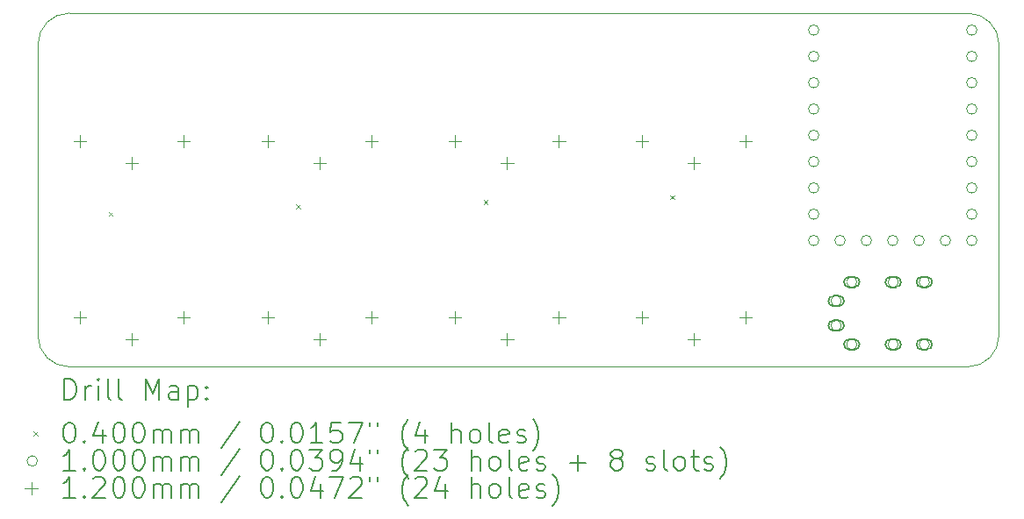
<source format=gbr>
%TF.GenerationSoftware,KiCad,Pcbnew,7.0.7*%
%TF.CreationDate,2023-09-04T22:47:56+10:00*%
%TF.ProjectId,art,6172742e-6b69-4636-9164-5f7063625858,rev?*%
%TF.SameCoordinates,Original*%
%TF.FileFunction,Drillmap*%
%TF.FilePolarity,Positive*%
%FSLAX45Y45*%
G04 Gerber Fmt 4.5, Leading zero omitted, Abs format (unit mm)*
G04 Created by KiCad (PCBNEW 7.0.7) date 2023-09-04 22:47:56*
%MOMM*%
%LPD*%
G01*
G04 APERTURE LIST*
%ADD10C,0.100000*%
%ADD11C,0.200000*%
%ADD12C,0.040000*%
%ADD13C,0.120000*%
G04 APERTURE END LIST*
D10*
X2842615Y-5913569D02*
G75*
G03*
X3142615Y-6213569I300000J0D01*
G01*
X11807158Y-6213568D02*
G75*
G03*
X12107158Y-5913569I2J299998D01*
G01*
X11807158Y-6213569D02*
X3142615Y-6213569D01*
X3142615Y-2797966D02*
X11807158Y-2797966D01*
X12107154Y-3097966D02*
G75*
G03*
X11807158Y-2797966I-299994J6D01*
G01*
X2842615Y-5913569D02*
X2842615Y-3097966D01*
X12107158Y-3097966D02*
X12107158Y-5913569D01*
X3142615Y-2797966D02*
G75*
G03*
X2842615Y-3097966I1J-300001D01*
G01*
D11*
D12*
X3523300Y-4717100D02*
X3563300Y-4757100D01*
X3563300Y-4717100D02*
X3523300Y-4757100D01*
X5329800Y-4647227D02*
X5369800Y-4687227D01*
X5369800Y-4647227D02*
X5329800Y-4687227D01*
X7138060Y-4602227D02*
X7178060Y-4642227D01*
X7178060Y-4602227D02*
X7138060Y-4642227D01*
X8940000Y-4557227D02*
X8980000Y-4597227D01*
X8980000Y-4557227D02*
X8940000Y-4597227D01*
D10*
X10371222Y-2961677D02*
G75*
G03*
X10371222Y-2961677I-50000J0D01*
G01*
X10371222Y-3215677D02*
G75*
G03*
X10371222Y-3215677I-50000J0D01*
G01*
X10371222Y-3469677D02*
G75*
G03*
X10371222Y-3469677I-50000J0D01*
G01*
X10371222Y-3723677D02*
G75*
G03*
X10371222Y-3723677I-50000J0D01*
G01*
X10371222Y-3977677D02*
G75*
G03*
X10371222Y-3977677I-50000J0D01*
G01*
X10371222Y-4231677D02*
G75*
G03*
X10371222Y-4231677I-50000J0D01*
G01*
X10371222Y-4485677D02*
G75*
G03*
X10371222Y-4485677I-50000J0D01*
G01*
X10371222Y-4739677D02*
G75*
G03*
X10371222Y-4739677I-50000J0D01*
G01*
X10371222Y-4993677D02*
G75*
G03*
X10371222Y-4993677I-50000J0D01*
G01*
X10587686Y-5577768D02*
G75*
G03*
X10587686Y-5577768I-50000J0D01*
G01*
D11*
X10562686Y-5527768D02*
X10512686Y-5527768D01*
X10512686Y-5527768D02*
G75*
G03*
X10512686Y-5627768I0J-50000D01*
G01*
X10512686Y-5627768D02*
X10562686Y-5627768D01*
X10562686Y-5627768D02*
G75*
G03*
X10562686Y-5527768I0J50000D01*
G01*
D10*
X10587686Y-5815208D02*
G75*
G03*
X10587686Y-5815208I-50000J0D01*
G01*
D11*
X10562686Y-5765208D02*
X10512686Y-5765208D01*
X10512686Y-5765208D02*
G75*
G03*
X10512686Y-5865208I0J-50000D01*
G01*
X10512686Y-5865208D02*
X10562686Y-5865208D01*
X10562686Y-5865208D02*
G75*
G03*
X10562686Y-5765208I0J50000D01*
G01*
D10*
X10625222Y-4993677D02*
G75*
G03*
X10625222Y-4993677I-50000J0D01*
G01*
X10737686Y-5395208D02*
G75*
G03*
X10737686Y-5395208I-50000J0D01*
G01*
D11*
X10712686Y-5345208D02*
X10662686Y-5345208D01*
X10662686Y-5345208D02*
G75*
G03*
X10662686Y-5445208I0J-50000D01*
G01*
X10662686Y-5445208D02*
X10712686Y-5445208D01*
X10712686Y-5445208D02*
G75*
G03*
X10712686Y-5345208I0J50000D01*
G01*
D10*
X10737686Y-5997768D02*
G75*
G03*
X10737686Y-5997768I-50000J0D01*
G01*
D11*
X10712686Y-5947768D02*
X10662686Y-5947768D01*
X10662686Y-5947768D02*
G75*
G03*
X10662686Y-6047768I0J-50000D01*
G01*
X10662686Y-6047768D02*
X10712686Y-6047768D01*
X10712686Y-6047768D02*
G75*
G03*
X10712686Y-5947768I0J50000D01*
G01*
D10*
X10879222Y-4993677D02*
G75*
G03*
X10879222Y-4993677I-50000J0D01*
G01*
X11133222Y-4993677D02*
G75*
G03*
X11133222Y-4993677I-50000J0D01*
G01*
X11137686Y-5395208D02*
G75*
G03*
X11137686Y-5395208I-50000J0D01*
G01*
D11*
X11112686Y-5345208D02*
X11062686Y-5345208D01*
X11062686Y-5345208D02*
G75*
G03*
X11062686Y-5445208I0J-50000D01*
G01*
X11062686Y-5445208D02*
X11112686Y-5445208D01*
X11112686Y-5445208D02*
G75*
G03*
X11112686Y-5345208I0J50000D01*
G01*
D10*
X11137686Y-5997768D02*
G75*
G03*
X11137686Y-5997768I-50000J0D01*
G01*
D11*
X11112686Y-5947768D02*
X11062686Y-5947768D01*
X11062686Y-5947768D02*
G75*
G03*
X11062686Y-6047768I0J-50000D01*
G01*
X11062686Y-6047768D02*
X11112686Y-6047768D01*
X11112686Y-6047768D02*
G75*
G03*
X11112686Y-5947768I0J50000D01*
G01*
D10*
X11387222Y-4993677D02*
G75*
G03*
X11387222Y-4993677I-50000J0D01*
G01*
X11437686Y-5395208D02*
G75*
G03*
X11437686Y-5395208I-50000J0D01*
G01*
D11*
X11412686Y-5345208D02*
X11362686Y-5345208D01*
X11362686Y-5345208D02*
G75*
G03*
X11362686Y-5445208I0J-50000D01*
G01*
X11362686Y-5445208D02*
X11412686Y-5445208D01*
X11412686Y-5445208D02*
G75*
G03*
X11412686Y-5345208I0J50000D01*
G01*
D10*
X11437686Y-5997768D02*
G75*
G03*
X11437686Y-5997768I-50000J0D01*
G01*
D11*
X11412686Y-5947768D02*
X11362686Y-5947768D01*
X11362686Y-5947768D02*
G75*
G03*
X11362686Y-6047768I0J-50000D01*
G01*
X11362686Y-6047768D02*
X11412686Y-6047768D01*
X11412686Y-6047768D02*
G75*
G03*
X11412686Y-5947768I0J50000D01*
G01*
D10*
X11641222Y-4993677D02*
G75*
G03*
X11641222Y-4993677I-50000J0D01*
G01*
X11895222Y-2961677D02*
G75*
G03*
X11895222Y-2961677I-50000J0D01*
G01*
X11895222Y-3215677D02*
G75*
G03*
X11895222Y-3215677I-50000J0D01*
G01*
X11895222Y-3469677D02*
G75*
G03*
X11895222Y-3469677I-50000J0D01*
G01*
X11895222Y-3723677D02*
G75*
G03*
X11895222Y-3723677I-50000J0D01*
G01*
X11895222Y-3977677D02*
G75*
G03*
X11895222Y-3977677I-50000J0D01*
G01*
X11895222Y-4231677D02*
G75*
G03*
X11895222Y-4231677I-50000J0D01*
G01*
X11895222Y-4485677D02*
G75*
G03*
X11895222Y-4485677I-50000J0D01*
G01*
X11895222Y-4739677D02*
G75*
G03*
X11895222Y-4739677I-50000J0D01*
G01*
X11895222Y-4993677D02*
G75*
G03*
X11895222Y-4993677I-50000J0D01*
G01*
D13*
X3249039Y-3973239D02*
X3249039Y-4093239D01*
X3189039Y-4033239D02*
X3309039Y-4033239D01*
X3249039Y-5677500D02*
X3249039Y-5797500D01*
X3189039Y-5737500D02*
X3309039Y-5737500D01*
X3749039Y-4183239D02*
X3749039Y-4303239D01*
X3689039Y-4243239D02*
X3809039Y-4243239D01*
X3749039Y-5887500D02*
X3749039Y-6007500D01*
X3689039Y-5947500D02*
X3809039Y-5947500D01*
X4249039Y-3973239D02*
X4249039Y-4093239D01*
X4189039Y-4033239D02*
X4309039Y-4033239D01*
X4249039Y-5677500D02*
X4249039Y-5797500D01*
X4189039Y-5737500D02*
X4309039Y-5737500D01*
X5057300Y-3973239D02*
X5057300Y-4093239D01*
X4997300Y-4033239D02*
X5117300Y-4033239D01*
X5057300Y-5677500D02*
X5057300Y-5797500D01*
X4997300Y-5737500D02*
X5117300Y-5737500D01*
X5557300Y-4183239D02*
X5557300Y-4303239D01*
X5497300Y-4243239D02*
X5617300Y-4243239D01*
X5557300Y-5887500D02*
X5557300Y-6007500D01*
X5497300Y-5947500D02*
X5617300Y-5947500D01*
X6057300Y-3973239D02*
X6057300Y-4093239D01*
X5997300Y-4033239D02*
X6117300Y-4033239D01*
X6057300Y-5677500D02*
X6057300Y-5797500D01*
X5997300Y-5737500D02*
X6117300Y-5737500D01*
X6865560Y-3973239D02*
X6865560Y-4093239D01*
X6805560Y-4033239D02*
X6925560Y-4033239D01*
X6865560Y-5677500D02*
X6865560Y-5797500D01*
X6805560Y-5737500D02*
X6925560Y-5737500D01*
X7365560Y-4183239D02*
X7365560Y-4303239D01*
X7305560Y-4243239D02*
X7425560Y-4243239D01*
X7365560Y-5887500D02*
X7365560Y-6007500D01*
X7305560Y-5947500D02*
X7425560Y-5947500D01*
X7865560Y-3973239D02*
X7865560Y-4093239D01*
X7805560Y-4033239D02*
X7925560Y-4033239D01*
X7865560Y-5677500D02*
X7865560Y-5797500D01*
X7805560Y-5737500D02*
X7925560Y-5737500D01*
X8667500Y-3973239D02*
X8667500Y-4093239D01*
X8607500Y-4033239D02*
X8727500Y-4033239D01*
X8667500Y-5677500D02*
X8667500Y-5797500D01*
X8607500Y-5737500D02*
X8727500Y-5737500D01*
X9167500Y-4183239D02*
X9167500Y-4303239D01*
X9107500Y-4243239D02*
X9227500Y-4243239D01*
X9167500Y-5887500D02*
X9167500Y-6007500D01*
X9107500Y-5947500D02*
X9227500Y-5947500D01*
X9667500Y-3973239D02*
X9667500Y-4093239D01*
X9607500Y-4033239D02*
X9727500Y-4033239D01*
X9667500Y-5677500D02*
X9667500Y-5797500D01*
X9607500Y-5737500D02*
X9727500Y-5737500D01*
D11*
X3098392Y-6530053D02*
X3098392Y-6330053D01*
X3098392Y-6330053D02*
X3146011Y-6330053D01*
X3146011Y-6330053D02*
X3174582Y-6339577D01*
X3174582Y-6339577D02*
X3193630Y-6358624D01*
X3193630Y-6358624D02*
X3203153Y-6377672D01*
X3203153Y-6377672D02*
X3212677Y-6415767D01*
X3212677Y-6415767D02*
X3212677Y-6444338D01*
X3212677Y-6444338D02*
X3203153Y-6482434D01*
X3203153Y-6482434D02*
X3193630Y-6501481D01*
X3193630Y-6501481D02*
X3174582Y-6520529D01*
X3174582Y-6520529D02*
X3146011Y-6530053D01*
X3146011Y-6530053D02*
X3098392Y-6530053D01*
X3298392Y-6530053D02*
X3298392Y-6396719D01*
X3298392Y-6434815D02*
X3307915Y-6415767D01*
X3307915Y-6415767D02*
X3317439Y-6406243D01*
X3317439Y-6406243D02*
X3336487Y-6396719D01*
X3336487Y-6396719D02*
X3355534Y-6396719D01*
X3422201Y-6530053D02*
X3422201Y-6396719D01*
X3422201Y-6330053D02*
X3412677Y-6339577D01*
X3412677Y-6339577D02*
X3422201Y-6349100D01*
X3422201Y-6349100D02*
X3431725Y-6339577D01*
X3431725Y-6339577D02*
X3422201Y-6330053D01*
X3422201Y-6330053D02*
X3422201Y-6349100D01*
X3546011Y-6530053D02*
X3526963Y-6520529D01*
X3526963Y-6520529D02*
X3517439Y-6501481D01*
X3517439Y-6501481D02*
X3517439Y-6330053D01*
X3650772Y-6530053D02*
X3631725Y-6520529D01*
X3631725Y-6520529D02*
X3622201Y-6501481D01*
X3622201Y-6501481D02*
X3622201Y-6330053D01*
X3879344Y-6530053D02*
X3879344Y-6330053D01*
X3879344Y-6330053D02*
X3946011Y-6472910D01*
X3946011Y-6472910D02*
X4012677Y-6330053D01*
X4012677Y-6330053D02*
X4012677Y-6530053D01*
X4193630Y-6530053D02*
X4193630Y-6425291D01*
X4193630Y-6425291D02*
X4184106Y-6406243D01*
X4184106Y-6406243D02*
X4165058Y-6396719D01*
X4165058Y-6396719D02*
X4126963Y-6396719D01*
X4126963Y-6396719D02*
X4107915Y-6406243D01*
X4193630Y-6520529D02*
X4174582Y-6530053D01*
X4174582Y-6530053D02*
X4126963Y-6530053D01*
X4126963Y-6530053D02*
X4107915Y-6520529D01*
X4107915Y-6520529D02*
X4098392Y-6501481D01*
X4098392Y-6501481D02*
X4098392Y-6482434D01*
X4098392Y-6482434D02*
X4107915Y-6463386D01*
X4107915Y-6463386D02*
X4126963Y-6453862D01*
X4126963Y-6453862D02*
X4174582Y-6453862D01*
X4174582Y-6453862D02*
X4193630Y-6444338D01*
X4288868Y-6396719D02*
X4288868Y-6596719D01*
X4288868Y-6406243D02*
X4307915Y-6396719D01*
X4307915Y-6396719D02*
X4346011Y-6396719D01*
X4346011Y-6396719D02*
X4365058Y-6406243D01*
X4365058Y-6406243D02*
X4374582Y-6415767D01*
X4374582Y-6415767D02*
X4384106Y-6434815D01*
X4384106Y-6434815D02*
X4384106Y-6491957D01*
X4384106Y-6491957D02*
X4374582Y-6511005D01*
X4374582Y-6511005D02*
X4365058Y-6520529D01*
X4365058Y-6520529D02*
X4346011Y-6530053D01*
X4346011Y-6530053D02*
X4307915Y-6530053D01*
X4307915Y-6530053D02*
X4288868Y-6520529D01*
X4469820Y-6511005D02*
X4479344Y-6520529D01*
X4479344Y-6520529D02*
X4469820Y-6530053D01*
X4469820Y-6530053D02*
X4460296Y-6520529D01*
X4460296Y-6520529D02*
X4469820Y-6511005D01*
X4469820Y-6511005D02*
X4469820Y-6530053D01*
X4469820Y-6406243D02*
X4479344Y-6415767D01*
X4479344Y-6415767D02*
X4469820Y-6425291D01*
X4469820Y-6425291D02*
X4460296Y-6415767D01*
X4460296Y-6415767D02*
X4469820Y-6406243D01*
X4469820Y-6406243D02*
X4469820Y-6425291D01*
D12*
X2797615Y-6838569D02*
X2837615Y-6878569D01*
X2837615Y-6838569D02*
X2797615Y-6878569D01*
D11*
X3136487Y-6750053D02*
X3155534Y-6750053D01*
X3155534Y-6750053D02*
X3174582Y-6759577D01*
X3174582Y-6759577D02*
X3184106Y-6769100D01*
X3184106Y-6769100D02*
X3193630Y-6788148D01*
X3193630Y-6788148D02*
X3203153Y-6826243D01*
X3203153Y-6826243D02*
X3203153Y-6873862D01*
X3203153Y-6873862D02*
X3193630Y-6911957D01*
X3193630Y-6911957D02*
X3184106Y-6931005D01*
X3184106Y-6931005D02*
X3174582Y-6940529D01*
X3174582Y-6940529D02*
X3155534Y-6950053D01*
X3155534Y-6950053D02*
X3136487Y-6950053D01*
X3136487Y-6950053D02*
X3117439Y-6940529D01*
X3117439Y-6940529D02*
X3107915Y-6931005D01*
X3107915Y-6931005D02*
X3098392Y-6911957D01*
X3098392Y-6911957D02*
X3088868Y-6873862D01*
X3088868Y-6873862D02*
X3088868Y-6826243D01*
X3088868Y-6826243D02*
X3098392Y-6788148D01*
X3098392Y-6788148D02*
X3107915Y-6769100D01*
X3107915Y-6769100D02*
X3117439Y-6759577D01*
X3117439Y-6759577D02*
X3136487Y-6750053D01*
X3288868Y-6931005D02*
X3298392Y-6940529D01*
X3298392Y-6940529D02*
X3288868Y-6950053D01*
X3288868Y-6950053D02*
X3279344Y-6940529D01*
X3279344Y-6940529D02*
X3288868Y-6931005D01*
X3288868Y-6931005D02*
X3288868Y-6950053D01*
X3469820Y-6816719D02*
X3469820Y-6950053D01*
X3422201Y-6740529D02*
X3374582Y-6883386D01*
X3374582Y-6883386D02*
X3498392Y-6883386D01*
X3612677Y-6750053D02*
X3631725Y-6750053D01*
X3631725Y-6750053D02*
X3650773Y-6759577D01*
X3650773Y-6759577D02*
X3660296Y-6769100D01*
X3660296Y-6769100D02*
X3669820Y-6788148D01*
X3669820Y-6788148D02*
X3679344Y-6826243D01*
X3679344Y-6826243D02*
X3679344Y-6873862D01*
X3679344Y-6873862D02*
X3669820Y-6911957D01*
X3669820Y-6911957D02*
X3660296Y-6931005D01*
X3660296Y-6931005D02*
X3650773Y-6940529D01*
X3650773Y-6940529D02*
X3631725Y-6950053D01*
X3631725Y-6950053D02*
X3612677Y-6950053D01*
X3612677Y-6950053D02*
X3593630Y-6940529D01*
X3593630Y-6940529D02*
X3584106Y-6931005D01*
X3584106Y-6931005D02*
X3574582Y-6911957D01*
X3574582Y-6911957D02*
X3565058Y-6873862D01*
X3565058Y-6873862D02*
X3565058Y-6826243D01*
X3565058Y-6826243D02*
X3574582Y-6788148D01*
X3574582Y-6788148D02*
X3584106Y-6769100D01*
X3584106Y-6769100D02*
X3593630Y-6759577D01*
X3593630Y-6759577D02*
X3612677Y-6750053D01*
X3803153Y-6750053D02*
X3822201Y-6750053D01*
X3822201Y-6750053D02*
X3841249Y-6759577D01*
X3841249Y-6759577D02*
X3850773Y-6769100D01*
X3850773Y-6769100D02*
X3860296Y-6788148D01*
X3860296Y-6788148D02*
X3869820Y-6826243D01*
X3869820Y-6826243D02*
X3869820Y-6873862D01*
X3869820Y-6873862D02*
X3860296Y-6911957D01*
X3860296Y-6911957D02*
X3850773Y-6931005D01*
X3850773Y-6931005D02*
X3841249Y-6940529D01*
X3841249Y-6940529D02*
X3822201Y-6950053D01*
X3822201Y-6950053D02*
X3803153Y-6950053D01*
X3803153Y-6950053D02*
X3784106Y-6940529D01*
X3784106Y-6940529D02*
X3774582Y-6931005D01*
X3774582Y-6931005D02*
X3765058Y-6911957D01*
X3765058Y-6911957D02*
X3755534Y-6873862D01*
X3755534Y-6873862D02*
X3755534Y-6826243D01*
X3755534Y-6826243D02*
X3765058Y-6788148D01*
X3765058Y-6788148D02*
X3774582Y-6769100D01*
X3774582Y-6769100D02*
X3784106Y-6759577D01*
X3784106Y-6759577D02*
X3803153Y-6750053D01*
X3955534Y-6950053D02*
X3955534Y-6816719D01*
X3955534Y-6835767D02*
X3965058Y-6826243D01*
X3965058Y-6826243D02*
X3984106Y-6816719D01*
X3984106Y-6816719D02*
X4012677Y-6816719D01*
X4012677Y-6816719D02*
X4031725Y-6826243D01*
X4031725Y-6826243D02*
X4041249Y-6845291D01*
X4041249Y-6845291D02*
X4041249Y-6950053D01*
X4041249Y-6845291D02*
X4050773Y-6826243D01*
X4050773Y-6826243D02*
X4069820Y-6816719D01*
X4069820Y-6816719D02*
X4098392Y-6816719D01*
X4098392Y-6816719D02*
X4117439Y-6826243D01*
X4117439Y-6826243D02*
X4126963Y-6845291D01*
X4126963Y-6845291D02*
X4126963Y-6950053D01*
X4222201Y-6950053D02*
X4222201Y-6816719D01*
X4222201Y-6835767D02*
X4231725Y-6826243D01*
X4231725Y-6826243D02*
X4250773Y-6816719D01*
X4250773Y-6816719D02*
X4279344Y-6816719D01*
X4279344Y-6816719D02*
X4298392Y-6826243D01*
X4298392Y-6826243D02*
X4307916Y-6845291D01*
X4307916Y-6845291D02*
X4307916Y-6950053D01*
X4307916Y-6845291D02*
X4317439Y-6826243D01*
X4317439Y-6826243D02*
X4336487Y-6816719D01*
X4336487Y-6816719D02*
X4365058Y-6816719D01*
X4365058Y-6816719D02*
X4384106Y-6826243D01*
X4384106Y-6826243D02*
X4393630Y-6845291D01*
X4393630Y-6845291D02*
X4393630Y-6950053D01*
X4784106Y-6740529D02*
X4612678Y-6997672D01*
X5041249Y-6750053D02*
X5060297Y-6750053D01*
X5060297Y-6750053D02*
X5079344Y-6759577D01*
X5079344Y-6759577D02*
X5088868Y-6769100D01*
X5088868Y-6769100D02*
X5098392Y-6788148D01*
X5098392Y-6788148D02*
X5107916Y-6826243D01*
X5107916Y-6826243D02*
X5107916Y-6873862D01*
X5107916Y-6873862D02*
X5098392Y-6911957D01*
X5098392Y-6911957D02*
X5088868Y-6931005D01*
X5088868Y-6931005D02*
X5079344Y-6940529D01*
X5079344Y-6940529D02*
X5060297Y-6950053D01*
X5060297Y-6950053D02*
X5041249Y-6950053D01*
X5041249Y-6950053D02*
X5022201Y-6940529D01*
X5022201Y-6940529D02*
X5012678Y-6931005D01*
X5012678Y-6931005D02*
X5003154Y-6911957D01*
X5003154Y-6911957D02*
X4993630Y-6873862D01*
X4993630Y-6873862D02*
X4993630Y-6826243D01*
X4993630Y-6826243D02*
X5003154Y-6788148D01*
X5003154Y-6788148D02*
X5012678Y-6769100D01*
X5012678Y-6769100D02*
X5022201Y-6759577D01*
X5022201Y-6759577D02*
X5041249Y-6750053D01*
X5193630Y-6931005D02*
X5203154Y-6940529D01*
X5203154Y-6940529D02*
X5193630Y-6950053D01*
X5193630Y-6950053D02*
X5184106Y-6940529D01*
X5184106Y-6940529D02*
X5193630Y-6931005D01*
X5193630Y-6931005D02*
X5193630Y-6950053D01*
X5326963Y-6750053D02*
X5346011Y-6750053D01*
X5346011Y-6750053D02*
X5365059Y-6759577D01*
X5365059Y-6759577D02*
X5374582Y-6769100D01*
X5374582Y-6769100D02*
X5384106Y-6788148D01*
X5384106Y-6788148D02*
X5393630Y-6826243D01*
X5393630Y-6826243D02*
X5393630Y-6873862D01*
X5393630Y-6873862D02*
X5384106Y-6911957D01*
X5384106Y-6911957D02*
X5374582Y-6931005D01*
X5374582Y-6931005D02*
X5365059Y-6940529D01*
X5365059Y-6940529D02*
X5346011Y-6950053D01*
X5346011Y-6950053D02*
X5326963Y-6950053D01*
X5326963Y-6950053D02*
X5307916Y-6940529D01*
X5307916Y-6940529D02*
X5298392Y-6931005D01*
X5298392Y-6931005D02*
X5288868Y-6911957D01*
X5288868Y-6911957D02*
X5279344Y-6873862D01*
X5279344Y-6873862D02*
X5279344Y-6826243D01*
X5279344Y-6826243D02*
X5288868Y-6788148D01*
X5288868Y-6788148D02*
X5298392Y-6769100D01*
X5298392Y-6769100D02*
X5307916Y-6759577D01*
X5307916Y-6759577D02*
X5326963Y-6750053D01*
X5584106Y-6950053D02*
X5469820Y-6950053D01*
X5526963Y-6950053D02*
X5526963Y-6750053D01*
X5526963Y-6750053D02*
X5507916Y-6778624D01*
X5507916Y-6778624D02*
X5488868Y-6797672D01*
X5488868Y-6797672D02*
X5469820Y-6807196D01*
X5765058Y-6750053D02*
X5669820Y-6750053D01*
X5669820Y-6750053D02*
X5660297Y-6845291D01*
X5660297Y-6845291D02*
X5669820Y-6835767D01*
X5669820Y-6835767D02*
X5688868Y-6826243D01*
X5688868Y-6826243D02*
X5736487Y-6826243D01*
X5736487Y-6826243D02*
X5755535Y-6835767D01*
X5755535Y-6835767D02*
X5765058Y-6845291D01*
X5765058Y-6845291D02*
X5774582Y-6864338D01*
X5774582Y-6864338D02*
X5774582Y-6911957D01*
X5774582Y-6911957D02*
X5765058Y-6931005D01*
X5765058Y-6931005D02*
X5755535Y-6940529D01*
X5755535Y-6940529D02*
X5736487Y-6950053D01*
X5736487Y-6950053D02*
X5688868Y-6950053D01*
X5688868Y-6950053D02*
X5669820Y-6940529D01*
X5669820Y-6940529D02*
X5660297Y-6931005D01*
X5841249Y-6750053D02*
X5974582Y-6750053D01*
X5974582Y-6750053D02*
X5888868Y-6950053D01*
X6041249Y-6750053D02*
X6041249Y-6788148D01*
X6117439Y-6750053D02*
X6117439Y-6788148D01*
X6412678Y-7026243D02*
X6403154Y-7016719D01*
X6403154Y-7016719D02*
X6384106Y-6988148D01*
X6384106Y-6988148D02*
X6374582Y-6969100D01*
X6374582Y-6969100D02*
X6365059Y-6940529D01*
X6365059Y-6940529D02*
X6355535Y-6892910D01*
X6355535Y-6892910D02*
X6355535Y-6854815D01*
X6355535Y-6854815D02*
X6365059Y-6807196D01*
X6365059Y-6807196D02*
X6374582Y-6778624D01*
X6374582Y-6778624D02*
X6384106Y-6759577D01*
X6384106Y-6759577D02*
X6403154Y-6731005D01*
X6403154Y-6731005D02*
X6412678Y-6721481D01*
X6574582Y-6816719D02*
X6574582Y-6950053D01*
X6526963Y-6740529D02*
X6479344Y-6883386D01*
X6479344Y-6883386D02*
X6603154Y-6883386D01*
X6831725Y-6950053D02*
X6831725Y-6750053D01*
X6917440Y-6950053D02*
X6917440Y-6845291D01*
X6917440Y-6845291D02*
X6907916Y-6826243D01*
X6907916Y-6826243D02*
X6888868Y-6816719D01*
X6888868Y-6816719D02*
X6860297Y-6816719D01*
X6860297Y-6816719D02*
X6841249Y-6826243D01*
X6841249Y-6826243D02*
X6831725Y-6835767D01*
X7041249Y-6950053D02*
X7022201Y-6940529D01*
X7022201Y-6940529D02*
X7012678Y-6931005D01*
X7012678Y-6931005D02*
X7003154Y-6911957D01*
X7003154Y-6911957D02*
X7003154Y-6854815D01*
X7003154Y-6854815D02*
X7012678Y-6835767D01*
X7012678Y-6835767D02*
X7022201Y-6826243D01*
X7022201Y-6826243D02*
X7041249Y-6816719D01*
X7041249Y-6816719D02*
X7069821Y-6816719D01*
X7069821Y-6816719D02*
X7088868Y-6826243D01*
X7088868Y-6826243D02*
X7098392Y-6835767D01*
X7098392Y-6835767D02*
X7107916Y-6854815D01*
X7107916Y-6854815D02*
X7107916Y-6911957D01*
X7107916Y-6911957D02*
X7098392Y-6931005D01*
X7098392Y-6931005D02*
X7088868Y-6940529D01*
X7088868Y-6940529D02*
X7069821Y-6950053D01*
X7069821Y-6950053D02*
X7041249Y-6950053D01*
X7222201Y-6950053D02*
X7203154Y-6940529D01*
X7203154Y-6940529D02*
X7193630Y-6921481D01*
X7193630Y-6921481D02*
X7193630Y-6750053D01*
X7374582Y-6940529D02*
X7355535Y-6950053D01*
X7355535Y-6950053D02*
X7317440Y-6950053D01*
X7317440Y-6950053D02*
X7298392Y-6940529D01*
X7298392Y-6940529D02*
X7288868Y-6921481D01*
X7288868Y-6921481D02*
X7288868Y-6845291D01*
X7288868Y-6845291D02*
X7298392Y-6826243D01*
X7298392Y-6826243D02*
X7317440Y-6816719D01*
X7317440Y-6816719D02*
X7355535Y-6816719D01*
X7355535Y-6816719D02*
X7374582Y-6826243D01*
X7374582Y-6826243D02*
X7384106Y-6845291D01*
X7384106Y-6845291D02*
X7384106Y-6864338D01*
X7384106Y-6864338D02*
X7288868Y-6883386D01*
X7460297Y-6940529D02*
X7479344Y-6950053D01*
X7479344Y-6950053D02*
X7517440Y-6950053D01*
X7517440Y-6950053D02*
X7536487Y-6940529D01*
X7536487Y-6940529D02*
X7546011Y-6921481D01*
X7546011Y-6921481D02*
X7546011Y-6911957D01*
X7546011Y-6911957D02*
X7536487Y-6892910D01*
X7536487Y-6892910D02*
X7517440Y-6883386D01*
X7517440Y-6883386D02*
X7488868Y-6883386D01*
X7488868Y-6883386D02*
X7469821Y-6873862D01*
X7469821Y-6873862D02*
X7460297Y-6854815D01*
X7460297Y-6854815D02*
X7460297Y-6845291D01*
X7460297Y-6845291D02*
X7469821Y-6826243D01*
X7469821Y-6826243D02*
X7488868Y-6816719D01*
X7488868Y-6816719D02*
X7517440Y-6816719D01*
X7517440Y-6816719D02*
X7536487Y-6826243D01*
X7612678Y-7026243D02*
X7622202Y-7016719D01*
X7622202Y-7016719D02*
X7641249Y-6988148D01*
X7641249Y-6988148D02*
X7650773Y-6969100D01*
X7650773Y-6969100D02*
X7660297Y-6940529D01*
X7660297Y-6940529D02*
X7669821Y-6892910D01*
X7669821Y-6892910D02*
X7669821Y-6854815D01*
X7669821Y-6854815D02*
X7660297Y-6807196D01*
X7660297Y-6807196D02*
X7650773Y-6778624D01*
X7650773Y-6778624D02*
X7641249Y-6759577D01*
X7641249Y-6759577D02*
X7622202Y-6731005D01*
X7622202Y-6731005D02*
X7612678Y-6721481D01*
D10*
X2837615Y-7122569D02*
G75*
G03*
X2837615Y-7122569I-50000J0D01*
G01*
D11*
X3203153Y-7214053D02*
X3088868Y-7214053D01*
X3146011Y-7214053D02*
X3146011Y-7014053D01*
X3146011Y-7014053D02*
X3126963Y-7042624D01*
X3126963Y-7042624D02*
X3107915Y-7061672D01*
X3107915Y-7061672D02*
X3088868Y-7071196D01*
X3288868Y-7195005D02*
X3298392Y-7204529D01*
X3298392Y-7204529D02*
X3288868Y-7214053D01*
X3288868Y-7214053D02*
X3279344Y-7204529D01*
X3279344Y-7204529D02*
X3288868Y-7195005D01*
X3288868Y-7195005D02*
X3288868Y-7214053D01*
X3422201Y-7014053D02*
X3441249Y-7014053D01*
X3441249Y-7014053D02*
X3460296Y-7023577D01*
X3460296Y-7023577D02*
X3469820Y-7033100D01*
X3469820Y-7033100D02*
X3479344Y-7052148D01*
X3479344Y-7052148D02*
X3488868Y-7090243D01*
X3488868Y-7090243D02*
X3488868Y-7137862D01*
X3488868Y-7137862D02*
X3479344Y-7175957D01*
X3479344Y-7175957D02*
X3469820Y-7195005D01*
X3469820Y-7195005D02*
X3460296Y-7204529D01*
X3460296Y-7204529D02*
X3441249Y-7214053D01*
X3441249Y-7214053D02*
X3422201Y-7214053D01*
X3422201Y-7214053D02*
X3403153Y-7204529D01*
X3403153Y-7204529D02*
X3393630Y-7195005D01*
X3393630Y-7195005D02*
X3384106Y-7175957D01*
X3384106Y-7175957D02*
X3374582Y-7137862D01*
X3374582Y-7137862D02*
X3374582Y-7090243D01*
X3374582Y-7090243D02*
X3384106Y-7052148D01*
X3384106Y-7052148D02*
X3393630Y-7033100D01*
X3393630Y-7033100D02*
X3403153Y-7023577D01*
X3403153Y-7023577D02*
X3422201Y-7014053D01*
X3612677Y-7014053D02*
X3631725Y-7014053D01*
X3631725Y-7014053D02*
X3650773Y-7023577D01*
X3650773Y-7023577D02*
X3660296Y-7033100D01*
X3660296Y-7033100D02*
X3669820Y-7052148D01*
X3669820Y-7052148D02*
X3679344Y-7090243D01*
X3679344Y-7090243D02*
X3679344Y-7137862D01*
X3679344Y-7137862D02*
X3669820Y-7175957D01*
X3669820Y-7175957D02*
X3660296Y-7195005D01*
X3660296Y-7195005D02*
X3650773Y-7204529D01*
X3650773Y-7204529D02*
X3631725Y-7214053D01*
X3631725Y-7214053D02*
X3612677Y-7214053D01*
X3612677Y-7214053D02*
X3593630Y-7204529D01*
X3593630Y-7204529D02*
X3584106Y-7195005D01*
X3584106Y-7195005D02*
X3574582Y-7175957D01*
X3574582Y-7175957D02*
X3565058Y-7137862D01*
X3565058Y-7137862D02*
X3565058Y-7090243D01*
X3565058Y-7090243D02*
X3574582Y-7052148D01*
X3574582Y-7052148D02*
X3584106Y-7033100D01*
X3584106Y-7033100D02*
X3593630Y-7023577D01*
X3593630Y-7023577D02*
X3612677Y-7014053D01*
X3803153Y-7014053D02*
X3822201Y-7014053D01*
X3822201Y-7014053D02*
X3841249Y-7023577D01*
X3841249Y-7023577D02*
X3850773Y-7033100D01*
X3850773Y-7033100D02*
X3860296Y-7052148D01*
X3860296Y-7052148D02*
X3869820Y-7090243D01*
X3869820Y-7090243D02*
X3869820Y-7137862D01*
X3869820Y-7137862D02*
X3860296Y-7175957D01*
X3860296Y-7175957D02*
X3850773Y-7195005D01*
X3850773Y-7195005D02*
X3841249Y-7204529D01*
X3841249Y-7204529D02*
X3822201Y-7214053D01*
X3822201Y-7214053D02*
X3803153Y-7214053D01*
X3803153Y-7214053D02*
X3784106Y-7204529D01*
X3784106Y-7204529D02*
X3774582Y-7195005D01*
X3774582Y-7195005D02*
X3765058Y-7175957D01*
X3765058Y-7175957D02*
X3755534Y-7137862D01*
X3755534Y-7137862D02*
X3755534Y-7090243D01*
X3755534Y-7090243D02*
X3765058Y-7052148D01*
X3765058Y-7052148D02*
X3774582Y-7033100D01*
X3774582Y-7033100D02*
X3784106Y-7023577D01*
X3784106Y-7023577D02*
X3803153Y-7014053D01*
X3955534Y-7214053D02*
X3955534Y-7080719D01*
X3955534Y-7099767D02*
X3965058Y-7090243D01*
X3965058Y-7090243D02*
X3984106Y-7080719D01*
X3984106Y-7080719D02*
X4012677Y-7080719D01*
X4012677Y-7080719D02*
X4031725Y-7090243D01*
X4031725Y-7090243D02*
X4041249Y-7109291D01*
X4041249Y-7109291D02*
X4041249Y-7214053D01*
X4041249Y-7109291D02*
X4050773Y-7090243D01*
X4050773Y-7090243D02*
X4069820Y-7080719D01*
X4069820Y-7080719D02*
X4098392Y-7080719D01*
X4098392Y-7080719D02*
X4117439Y-7090243D01*
X4117439Y-7090243D02*
X4126963Y-7109291D01*
X4126963Y-7109291D02*
X4126963Y-7214053D01*
X4222201Y-7214053D02*
X4222201Y-7080719D01*
X4222201Y-7099767D02*
X4231725Y-7090243D01*
X4231725Y-7090243D02*
X4250773Y-7080719D01*
X4250773Y-7080719D02*
X4279344Y-7080719D01*
X4279344Y-7080719D02*
X4298392Y-7090243D01*
X4298392Y-7090243D02*
X4307916Y-7109291D01*
X4307916Y-7109291D02*
X4307916Y-7214053D01*
X4307916Y-7109291D02*
X4317439Y-7090243D01*
X4317439Y-7090243D02*
X4336487Y-7080719D01*
X4336487Y-7080719D02*
X4365058Y-7080719D01*
X4365058Y-7080719D02*
X4384106Y-7090243D01*
X4384106Y-7090243D02*
X4393630Y-7109291D01*
X4393630Y-7109291D02*
X4393630Y-7214053D01*
X4784106Y-7004529D02*
X4612678Y-7261672D01*
X5041249Y-7014053D02*
X5060297Y-7014053D01*
X5060297Y-7014053D02*
X5079344Y-7023577D01*
X5079344Y-7023577D02*
X5088868Y-7033100D01*
X5088868Y-7033100D02*
X5098392Y-7052148D01*
X5098392Y-7052148D02*
X5107916Y-7090243D01*
X5107916Y-7090243D02*
X5107916Y-7137862D01*
X5107916Y-7137862D02*
X5098392Y-7175957D01*
X5098392Y-7175957D02*
X5088868Y-7195005D01*
X5088868Y-7195005D02*
X5079344Y-7204529D01*
X5079344Y-7204529D02*
X5060297Y-7214053D01*
X5060297Y-7214053D02*
X5041249Y-7214053D01*
X5041249Y-7214053D02*
X5022201Y-7204529D01*
X5022201Y-7204529D02*
X5012678Y-7195005D01*
X5012678Y-7195005D02*
X5003154Y-7175957D01*
X5003154Y-7175957D02*
X4993630Y-7137862D01*
X4993630Y-7137862D02*
X4993630Y-7090243D01*
X4993630Y-7090243D02*
X5003154Y-7052148D01*
X5003154Y-7052148D02*
X5012678Y-7033100D01*
X5012678Y-7033100D02*
X5022201Y-7023577D01*
X5022201Y-7023577D02*
X5041249Y-7014053D01*
X5193630Y-7195005D02*
X5203154Y-7204529D01*
X5203154Y-7204529D02*
X5193630Y-7214053D01*
X5193630Y-7214053D02*
X5184106Y-7204529D01*
X5184106Y-7204529D02*
X5193630Y-7195005D01*
X5193630Y-7195005D02*
X5193630Y-7214053D01*
X5326963Y-7014053D02*
X5346011Y-7014053D01*
X5346011Y-7014053D02*
X5365059Y-7023577D01*
X5365059Y-7023577D02*
X5374582Y-7033100D01*
X5374582Y-7033100D02*
X5384106Y-7052148D01*
X5384106Y-7052148D02*
X5393630Y-7090243D01*
X5393630Y-7090243D02*
X5393630Y-7137862D01*
X5393630Y-7137862D02*
X5384106Y-7175957D01*
X5384106Y-7175957D02*
X5374582Y-7195005D01*
X5374582Y-7195005D02*
X5365059Y-7204529D01*
X5365059Y-7204529D02*
X5346011Y-7214053D01*
X5346011Y-7214053D02*
X5326963Y-7214053D01*
X5326963Y-7214053D02*
X5307916Y-7204529D01*
X5307916Y-7204529D02*
X5298392Y-7195005D01*
X5298392Y-7195005D02*
X5288868Y-7175957D01*
X5288868Y-7175957D02*
X5279344Y-7137862D01*
X5279344Y-7137862D02*
X5279344Y-7090243D01*
X5279344Y-7090243D02*
X5288868Y-7052148D01*
X5288868Y-7052148D02*
X5298392Y-7033100D01*
X5298392Y-7033100D02*
X5307916Y-7023577D01*
X5307916Y-7023577D02*
X5326963Y-7014053D01*
X5460297Y-7014053D02*
X5584106Y-7014053D01*
X5584106Y-7014053D02*
X5517439Y-7090243D01*
X5517439Y-7090243D02*
X5546011Y-7090243D01*
X5546011Y-7090243D02*
X5565059Y-7099767D01*
X5565059Y-7099767D02*
X5574582Y-7109291D01*
X5574582Y-7109291D02*
X5584106Y-7128338D01*
X5584106Y-7128338D02*
X5584106Y-7175957D01*
X5584106Y-7175957D02*
X5574582Y-7195005D01*
X5574582Y-7195005D02*
X5565059Y-7204529D01*
X5565059Y-7204529D02*
X5546011Y-7214053D01*
X5546011Y-7214053D02*
X5488868Y-7214053D01*
X5488868Y-7214053D02*
X5469820Y-7204529D01*
X5469820Y-7204529D02*
X5460297Y-7195005D01*
X5679344Y-7214053D02*
X5717439Y-7214053D01*
X5717439Y-7214053D02*
X5736487Y-7204529D01*
X5736487Y-7204529D02*
X5746011Y-7195005D01*
X5746011Y-7195005D02*
X5765058Y-7166434D01*
X5765058Y-7166434D02*
X5774582Y-7128338D01*
X5774582Y-7128338D02*
X5774582Y-7052148D01*
X5774582Y-7052148D02*
X5765058Y-7033100D01*
X5765058Y-7033100D02*
X5755535Y-7023577D01*
X5755535Y-7023577D02*
X5736487Y-7014053D01*
X5736487Y-7014053D02*
X5698392Y-7014053D01*
X5698392Y-7014053D02*
X5679344Y-7023577D01*
X5679344Y-7023577D02*
X5669820Y-7033100D01*
X5669820Y-7033100D02*
X5660297Y-7052148D01*
X5660297Y-7052148D02*
X5660297Y-7099767D01*
X5660297Y-7099767D02*
X5669820Y-7118815D01*
X5669820Y-7118815D02*
X5679344Y-7128338D01*
X5679344Y-7128338D02*
X5698392Y-7137862D01*
X5698392Y-7137862D02*
X5736487Y-7137862D01*
X5736487Y-7137862D02*
X5755535Y-7128338D01*
X5755535Y-7128338D02*
X5765058Y-7118815D01*
X5765058Y-7118815D02*
X5774582Y-7099767D01*
X5946011Y-7080719D02*
X5946011Y-7214053D01*
X5898392Y-7004529D02*
X5850773Y-7147386D01*
X5850773Y-7147386D02*
X5974582Y-7147386D01*
X6041249Y-7014053D02*
X6041249Y-7052148D01*
X6117439Y-7014053D02*
X6117439Y-7052148D01*
X6412678Y-7290243D02*
X6403154Y-7280719D01*
X6403154Y-7280719D02*
X6384106Y-7252148D01*
X6384106Y-7252148D02*
X6374582Y-7233100D01*
X6374582Y-7233100D02*
X6365059Y-7204529D01*
X6365059Y-7204529D02*
X6355535Y-7156910D01*
X6355535Y-7156910D02*
X6355535Y-7118815D01*
X6355535Y-7118815D02*
X6365059Y-7071196D01*
X6365059Y-7071196D02*
X6374582Y-7042624D01*
X6374582Y-7042624D02*
X6384106Y-7023577D01*
X6384106Y-7023577D02*
X6403154Y-6995005D01*
X6403154Y-6995005D02*
X6412678Y-6985481D01*
X6479344Y-7033100D02*
X6488868Y-7023577D01*
X6488868Y-7023577D02*
X6507916Y-7014053D01*
X6507916Y-7014053D02*
X6555535Y-7014053D01*
X6555535Y-7014053D02*
X6574582Y-7023577D01*
X6574582Y-7023577D02*
X6584106Y-7033100D01*
X6584106Y-7033100D02*
X6593630Y-7052148D01*
X6593630Y-7052148D02*
X6593630Y-7071196D01*
X6593630Y-7071196D02*
X6584106Y-7099767D01*
X6584106Y-7099767D02*
X6469820Y-7214053D01*
X6469820Y-7214053D02*
X6593630Y-7214053D01*
X6660297Y-7014053D02*
X6784106Y-7014053D01*
X6784106Y-7014053D02*
X6717439Y-7090243D01*
X6717439Y-7090243D02*
X6746011Y-7090243D01*
X6746011Y-7090243D02*
X6765059Y-7099767D01*
X6765059Y-7099767D02*
X6774582Y-7109291D01*
X6774582Y-7109291D02*
X6784106Y-7128338D01*
X6784106Y-7128338D02*
X6784106Y-7175957D01*
X6784106Y-7175957D02*
X6774582Y-7195005D01*
X6774582Y-7195005D02*
X6765059Y-7204529D01*
X6765059Y-7204529D02*
X6746011Y-7214053D01*
X6746011Y-7214053D02*
X6688868Y-7214053D01*
X6688868Y-7214053D02*
X6669820Y-7204529D01*
X6669820Y-7204529D02*
X6660297Y-7195005D01*
X7022201Y-7214053D02*
X7022201Y-7014053D01*
X7107916Y-7214053D02*
X7107916Y-7109291D01*
X7107916Y-7109291D02*
X7098392Y-7090243D01*
X7098392Y-7090243D02*
X7079344Y-7080719D01*
X7079344Y-7080719D02*
X7050773Y-7080719D01*
X7050773Y-7080719D02*
X7031725Y-7090243D01*
X7031725Y-7090243D02*
X7022201Y-7099767D01*
X7231725Y-7214053D02*
X7212678Y-7204529D01*
X7212678Y-7204529D02*
X7203154Y-7195005D01*
X7203154Y-7195005D02*
X7193630Y-7175957D01*
X7193630Y-7175957D02*
X7193630Y-7118815D01*
X7193630Y-7118815D02*
X7203154Y-7099767D01*
X7203154Y-7099767D02*
X7212678Y-7090243D01*
X7212678Y-7090243D02*
X7231725Y-7080719D01*
X7231725Y-7080719D02*
X7260297Y-7080719D01*
X7260297Y-7080719D02*
X7279344Y-7090243D01*
X7279344Y-7090243D02*
X7288868Y-7099767D01*
X7288868Y-7099767D02*
X7298392Y-7118815D01*
X7298392Y-7118815D02*
X7298392Y-7175957D01*
X7298392Y-7175957D02*
X7288868Y-7195005D01*
X7288868Y-7195005D02*
X7279344Y-7204529D01*
X7279344Y-7204529D02*
X7260297Y-7214053D01*
X7260297Y-7214053D02*
X7231725Y-7214053D01*
X7412678Y-7214053D02*
X7393630Y-7204529D01*
X7393630Y-7204529D02*
X7384106Y-7185481D01*
X7384106Y-7185481D02*
X7384106Y-7014053D01*
X7565059Y-7204529D02*
X7546011Y-7214053D01*
X7546011Y-7214053D02*
X7507916Y-7214053D01*
X7507916Y-7214053D02*
X7488868Y-7204529D01*
X7488868Y-7204529D02*
X7479344Y-7185481D01*
X7479344Y-7185481D02*
X7479344Y-7109291D01*
X7479344Y-7109291D02*
X7488868Y-7090243D01*
X7488868Y-7090243D02*
X7507916Y-7080719D01*
X7507916Y-7080719D02*
X7546011Y-7080719D01*
X7546011Y-7080719D02*
X7565059Y-7090243D01*
X7565059Y-7090243D02*
X7574582Y-7109291D01*
X7574582Y-7109291D02*
X7574582Y-7128338D01*
X7574582Y-7128338D02*
X7479344Y-7147386D01*
X7650773Y-7204529D02*
X7669821Y-7214053D01*
X7669821Y-7214053D02*
X7707916Y-7214053D01*
X7707916Y-7214053D02*
X7726963Y-7204529D01*
X7726963Y-7204529D02*
X7736487Y-7185481D01*
X7736487Y-7185481D02*
X7736487Y-7175957D01*
X7736487Y-7175957D02*
X7726963Y-7156910D01*
X7726963Y-7156910D02*
X7707916Y-7147386D01*
X7707916Y-7147386D02*
X7679344Y-7147386D01*
X7679344Y-7147386D02*
X7660297Y-7137862D01*
X7660297Y-7137862D02*
X7650773Y-7118815D01*
X7650773Y-7118815D02*
X7650773Y-7109291D01*
X7650773Y-7109291D02*
X7660297Y-7090243D01*
X7660297Y-7090243D02*
X7679344Y-7080719D01*
X7679344Y-7080719D02*
X7707916Y-7080719D01*
X7707916Y-7080719D02*
X7726963Y-7090243D01*
X7974583Y-7137862D02*
X8126964Y-7137862D01*
X8050773Y-7214053D02*
X8050773Y-7061672D01*
X8403154Y-7099767D02*
X8384106Y-7090243D01*
X8384106Y-7090243D02*
X8374583Y-7080719D01*
X8374583Y-7080719D02*
X8365059Y-7061672D01*
X8365059Y-7061672D02*
X8365059Y-7052148D01*
X8365059Y-7052148D02*
X8374583Y-7033100D01*
X8374583Y-7033100D02*
X8384106Y-7023577D01*
X8384106Y-7023577D02*
X8403154Y-7014053D01*
X8403154Y-7014053D02*
X8441249Y-7014053D01*
X8441249Y-7014053D02*
X8460297Y-7023577D01*
X8460297Y-7023577D02*
X8469821Y-7033100D01*
X8469821Y-7033100D02*
X8479345Y-7052148D01*
X8479345Y-7052148D02*
X8479345Y-7061672D01*
X8479345Y-7061672D02*
X8469821Y-7080719D01*
X8469821Y-7080719D02*
X8460297Y-7090243D01*
X8460297Y-7090243D02*
X8441249Y-7099767D01*
X8441249Y-7099767D02*
X8403154Y-7099767D01*
X8403154Y-7099767D02*
X8384106Y-7109291D01*
X8384106Y-7109291D02*
X8374583Y-7118815D01*
X8374583Y-7118815D02*
X8365059Y-7137862D01*
X8365059Y-7137862D02*
X8365059Y-7175957D01*
X8365059Y-7175957D02*
X8374583Y-7195005D01*
X8374583Y-7195005D02*
X8384106Y-7204529D01*
X8384106Y-7204529D02*
X8403154Y-7214053D01*
X8403154Y-7214053D02*
X8441249Y-7214053D01*
X8441249Y-7214053D02*
X8460297Y-7204529D01*
X8460297Y-7204529D02*
X8469821Y-7195005D01*
X8469821Y-7195005D02*
X8479345Y-7175957D01*
X8479345Y-7175957D02*
X8479345Y-7137862D01*
X8479345Y-7137862D02*
X8469821Y-7118815D01*
X8469821Y-7118815D02*
X8460297Y-7109291D01*
X8460297Y-7109291D02*
X8441249Y-7099767D01*
X8707916Y-7204529D02*
X8726964Y-7214053D01*
X8726964Y-7214053D02*
X8765059Y-7214053D01*
X8765059Y-7214053D02*
X8784107Y-7204529D01*
X8784107Y-7204529D02*
X8793630Y-7185481D01*
X8793630Y-7185481D02*
X8793630Y-7175957D01*
X8793630Y-7175957D02*
X8784107Y-7156910D01*
X8784107Y-7156910D02*
X8765059Y-7147386D01*
X8765059Y-7147386D02*
X8736487Y-7147386D01*
X8736487Y-7147386D02*
X8717440Y-7137862D01*
X8717440Y-7137862D02*
X8707916Y-7118815D01*
X8707916Y-7118815D02*
X8707916Y-7109291D01*
X8707916Y-7109291D02*
X8717440Y-7090243D01*
X8717440Y-7090243D02*
X8736487Y-7080719D01*
X8736487Y-7080719D02*
X8765059Y-7080719D01*
X8765059Y-7080719D02*
X8784107Y-7090243D01*
X8907916Y-7214053D02*
X8888868Y-7204529D01*
X8888868Y-7204529D02*
X8879345Y-7185481D01*
X8879345Y-7185481D02*
X8879345Y-7014053D01*
X9012678Y-7214053D02*
X8993630Y-7204529D01*
X8993630Y-7204529D02*
X8984107Y-7195005D01*
X8984107Y-7195005D02*
X8974583Y-7175957D01*
X8974583Y-7175957D02*
X8974583Y-7118815D01*
X8974583Y-7118815D02*
X8984107Y-7099767D01*
X8984107Y-7099767D02*
X8993630Y-7090243D01*
X8993630Y-7090243D02*
X9012678Y-7080719D01*
X9012678Y-7080719D02*
X9041249Y-7080719D01*
X9041249Y-7080719D02*
X9060297Y-7090243D01*
X9060297Y-7090243D02*
X9069821Y-7099767D01*
X9069821Y-7099767D02*
X9079345Y-7118815D01*
X9079345Y-7118815D02*
X9079345Y-7175957D01*
X9079345Y-7175957D02*
X9069821Y-7195005D01*
X9069821Y-7195005D02*
X9060297Y-7204529D01*
X9060297Y-7204529D02*
X9041249Y-7214053D01*
X9041249Y-7214053D02*
X9012678Y-7214053D01*
X9136488Y-7080719D02*
X9212678Y-7080719D01*
X9165059Y-7014053D02*
X9165059Y-7185481D01*
X9165059Y-7185481D02*
X9174583Y-7204529D01*
X9174583Y-7204529D02*
X9193630Y-7214053D01*
X9193630Y-7214053D02*
X9212678Y-7214053D01*
X9269821Y-7204529D02*
X9288868Y-7214053D01*
X9288868Y-7214053D02*
X9326964Y-7214053D01*
X9326964Y-7214053D02*
X9346011Y-7204529D01*
X9346011Y-7204529D02*
X9355535Y-7185481D01*
X9355535Y-7185481D02*
X9355535Y-7175957D01*
X9355535Y-7175957D02*
X9346011Y-7156910D01*
X9346011Y-7156910D02*
X9326964Y-7147386D01*
X9326964Y-7147386D02*
X9298392Y-7147386D01*
X9298392Y-7147386D02*
X9279345Y-7137862D01*
X9279345Y-7137862D02*
X9269821Y-7118815D01*
X9269821Y-7118815D02*
X9269821Y-7109291D01*
X9269821Y-7109291D02*
X9279345Y-7090243D01*
X9279345Y-7090243D02*
X9298392Y-7080719D01*
X9298392Y-7080719D02*
X9326964Y-7080719D01*
X9326964Y-7080719D02*
X9346011Y-7090243D01*
X9422202Y-7290243D02*
X9431726Y-7280719D01*
X9431726Y-7280719D02*
X9450773Y-7252148D01*
X9450773Y-7252148D02*
X9460297Y-7233100D01*
X9460297Y-7233100D02*
X9469821Y-7204529D01*
X9469821Y-7204529D02*
X9479345Y-7156910D01*
X9479345Y-7156910D02*
X9479345Y-7118815D01*
X9479345Y-7118815D02*
X9469821Y-7071196D01*
X9469821Y-7071196D02*
X9460297Y-7042624D01*
X9460297Y-7042624D02*
X9450773Y-7023577D01*
X9450773Y-7023577D02*
X9431726Y-6995005D01*
X9431726Y-6995005D02*
X9422202Y-6985481D01*
D13*
X2777615Y-7326569D02*
X2777615Y-7446569D01*
X2717615Y-7386569D02*
X2837615Y-7386569D01*
D11*
X3203153Y-7478053D02*
X3088868Y-7478053D01*
X3146011Y-7478053D02*
X3146011Y-7278053D01*
X3146011Y-7278053D02*
X3126963Y-7306624D01*
X3126963Y-7306624D02*
X3107915Y-7325672D01*
X3107915Y-7325672D02*
X3088868Y-7335196D01*
X3288868Y-7459005D02*
X3298392Y-7468529D01*
X3298392Y-7468529D02*
X3288868Y-7478053D01*
X3288868Y-7478053D02*
X3279344Y-7468529D01*
X3279344Y-7468529D02*
X3288868Y-7459005D01*
X3288868Y-7459005D02*
X3288868Y-7478053D01*
X3374582Y-7297100D02*
X3384106Y-7287577D01*
X3384106Y-7287577D02*
X3403153Y-7278053D01*
X3403153Y-7278053D02*
X3450773Y-7278053D01*
X3450773Y-7278053D02*
X3469820Y-7287577D01*
X3469820Y-7287577D02*
X3479344Y-7297100D01*
X3479344Y-7297100D02*
X3488868Y-7316148D01*
X3488868Y-7316148D02*
X3488868Y-7335196D01*
X3488868Y-7335196D02*
X3479344Y-7363767D01*
X3479344Y-7363767D02*
X3365058Y-7478053D01*
X3365058Y-7478053D02*
X3488868Y-7478053D01*
X3612677Y-7278053D02*
X3631725Y-7278053D01*
X3631725Y-7278053D02*
X3650773Y-7287577D01*
X3650773Y-7287577D02*
X3660296Y-7297100D01*
X3660296Y-7297100D02*
X3669820Y-7316148D01*
X3669820Y-7316148D02*
X3679344Y-7354243D01*
X3679344Y-7354243D02*
X3679344Y-7401862D01*
X3679344Y-7401862D02*
X3669820Y-7439957D01*
X3669820Y-7439957D02*
X3660296Y-7459005D01*
X3660296Y-7459005D02*
X3650773Y-7468529D01*
X3650773Y-7468529D02*
X3631725Y-7478053D01*
X3631725Y-7478053D02*
X3612677Y-7478053D01*
X3612677Y-7478053D02*
X3593630Y-7468529D01*
X3593630Y-7468529D02*
X3584106Y-7459005D01*
X3584106Y-7459005D02*
X3574582Y-7439957D01*
X3574582Y-7439957D02*
X3565058Y-7401862D01*
X3565058Y-7401862D02*
X3565058Y-7354243D01*
X3565058Y-7354243D02*
X3574582Y-7316148D01*
X3574582Y-7316148D02*
X3584106Y-7297100D01*
X3584106Y-7297100D02*
X3593630Y-7287577D01*
X3593630Y-7287577D02*
X3612677Y-7278053D01*
X3803153Y-7278053D02*
X3822201Y-7278053D01*
X3822201Y-7278053D02*
X3841249Y-7287577D01*
X3841249Y-7287577D02*
X3850773Y-7297100D01*
X3850773Y-7297100D02*
X3860296Y-7316148D01*
X3860296Y-7316148D02*
X3869820Y-7354243D01*
X3869820Y-7354243D02*
X3869820Y-7401862D01*
X3869820Y-7401862D02*
X3860296Y-7439957D01*
X3860296Y-7439957D02*
X3850773Y-7459005D01*
X3850773Y-7459005D02*
X3841249Y-7468529D01*
X3841249Y-7468529D02*
X3822201Y-7478053D01*
X3822201Y-7478053D02*
X3803153Y-7478053D01*
X3803153Y-7478053D02*
X3784106Y-7468529D01*
X3784106Y-7468529D02*
X3774582Y-7459005D01*
X3774582Y-7459005D02*
X3765058Y-7439957D01*
X3765058Y-7439957D02*
X3755534Y-7401862D01*
X3755534Y-7401862D02*
X3755534Y-7354243D01*
X3755534Y-7354243D02*
X3765058Y-7316148D01*
X3765058Y-7316148D02*
X3774582Y-7297100D01*
X3774582Y-7297100D02*
X3784106Y-7287577D01*
X3784106Y-7287577D02*
X3803153Y-7278053D01*
X3955534Y-7478053D02*
X3955534Y-7344719D01*
X3955534Y-7363767D02*
X3965058Y-7354243D01*
X3965058Y-7354243D02*
X3984106Y-7344719D01*
X3984106Y-7344719D02*
X4012677Y-7344719D01*
X4012677Y-7344719D02*
X4031725Y-7354243D01*
X4031725Y-7354243D02*
X4041249Y-7373291D01*
X4041249Y-7373291D02*
X4041249Y-7478053D01*
X4041249Y-7373291D02*
X4050773Y-7354243D01*
X4050773Y-7354243D02*
X4069820Y-7344719D01*
X4069820Y-7344719D02*
X4098392Y-7344719D01*
X4098392Y-7344719D02*
X4117439Y-7354243D01*
X4117439Y-7354243D02*
X4126963Y-7373291D01*
X4126963Y-7373291D02*
X4126963Y-7478053D01*
X4222201Y-7478053D02*
X4222201Y-7344719D01*
X4222201Y-7363767D02*
X4231725Y-7354243D01*
X4231725Y-7354243D02*
X4250773Y-7344719D01*
X4250773Y-7344719D02*
X4279344Y-7344719D01*
X4279344Y-7344719D02*
X4298392Y-7354243D01*
X4298392Y-7354243D02*
X4307916Y-7373291D01*
X4307916Y-7373291D02*
X4307916Y-7478053D01*
X4307916Y-7373291D02*
X4317439Y-7354243D01*
X4317439Y-7354243D02*
X4336487Y-7344719D01*
X4336487Y-7344719D02*
X4365058Y-7344719D01*
X4365058Y-7344719D02*
X4384106Y-7354243D01*
X4384106Y-7354243D02*
X4393630Y-7373291D01*
X4393630Y-7373291D02*
X4393630Y-7478053D01*
X4784106Y-7268529D02*
X4612678Y-7525672D01*
X5041249Y-7278053D02*
X5060297Y-7278053D01*
X5060297Y-7278053D02*
X5079344Y-7287577D01*
X5079344Y-7287577D02*
X5088868Y-7297100D01*
X5088868Y-7297100D02*
X5098392Y-7316148D01*
X5098392Y-7316148D02*
X5107916Y-7354243D01*
X5107916Y-7354243D02*
X5107916Y-7401862D01*
X5107916Y-7401862D02*
X5098392Y-7439957D01*
X5098392Y-7439957D02*
X5088868Y-7459005D01*
X5088868Y-7459005D02*
X5079344Y-7468529D01*
X5079344Y-7468529D02*
X5060297Y-7478053D01*
X5060297Y-7478053D02*
X5041249Y-7478053D01*
X5041249Y-7478053D02*
X5022201Y-7468529D01*
X5022201Y-7468529D02*
X5012678Y-7459005D01*
X5012678Y-7459005D02*
X5003154Y-7439957D01*
X5003154Y-7439957D02*
X4993630Y-7401862D01*
X4993630Y-7401862D02*
X4993630Y-7354243D01*
X4993630Y-7354243D02*
X5003154Y-7316148D01*
X5003154Y-7316148D02*
X5012678Y-7297100D01*
X5012678Y-7297100D02*
X5022201Y-7287577D01*
X5022201Y-7287577D02*
X5041249Y-7278053D01*
X5193630Y-7459005D02*
X5203154Y-7468529D01*
X5203154Y-7468529D02*
X5193630Y-7478053D01*
X5193630Y-7478053D02*
X5184106Y-7468529D01*
X5184106Y-7468529D02*
X5193630Y-7459005D01*
X5193630Y-7459005D02*
X5193630Y-7478053D01*
X5326963Y-7278053D02*
X5346011Y-7278053D01*
X5346011Y-7278053D02*
X5365059Y-7287577D01*
X5365059Y-7287577D02*
X5374582Y-7297100D01*
X5374582Y-7297100D02*
X5384106Y-7316148D01*
X5384106Y-7316148D02*
X5393630Y-7354243D01*
X5393630Y-7354243D02*
X5393630Y-7401862D01*
X5393630Y-7401862D02*
X5384106Y-7439957D01*
X5384106Y-7439957D02*
X5374582Y-7459005D01*
X5374582Y-7459005D02*
X5365059Y-7468529D01*
X5365059Y-7468529D02*
X5346011Y-7478053D01*
X5346011Y-7478053D02*
X5326963Y-7478053D01*
X5326963Y-7478053D02*
X5307916Y-7468529D01*
X5307916Y-7468529D02*
X5298392Y-7459005D01*
X5298392Y-7459005D02*
X5288868Y-7439957D01*
X5288868Y-7439957D02*
X5279344Y-7401862D01*
X5279344Y-7401862D02*
X5279344Y-7354243D01*
X5279344Y-7354243D02*
X5288868Y-7316148D01*
X5288868Y-7316148D02*
X5298392Y-7297100D01*
X5298392Y-7297100D02*
X5307916Y-7287577D01*
X5307916Y-7287577D02*
X5326963Y-7278053D01*
X5565059Y-7344719D02*
X5565059Y-7478053D01*
X5517439Y-7268529D02*
X5469820Y-7411386D01*
X5469820Y-7411386D02*
X5593630Y-7411386D01*
X5650773Y-7278053D02*
X5784106Y-7278053D01*
X5784106Y-7278053D02*
X5698392Y-7478053D01*
X5850773Y-7297100D02*
X5860297Y-7287577D01*
X5860297Y-7287577D02*
X5879344Y-7278053D01*
X5879344Y-7278053D02*
X5926963Y-7278053D01*
X5926963Y-7278053D02*
X5946011Y-7287577D01*
X5946011Y-7287577D02*
X5955535Y-7297100D01*
X5955535Y-7297100D02*
X5965058Y-7316148D01*
X5965058Y-7316148D02*
X5965058Y-7335196D01*
X5965058Y-7335196D02*
X5955535Y-7363767D01*
X5955535Y-7363767D02*
X5841249Y-7478053D01*
X5841249Y-7478053D02*
X5965058Y-7478053D01*
X6041249Y-7278053D02*
X6041249Y-7316148D01*
X6117439Y-7278053D02*
X6117439Y-7316148D01*
X6412678Y-7554243D02*
X6403154Y-7544719D01*
X6403154Y-7544719D02*
X6384106Y-7516148D01*
X6384106Y-7516148D02*
X6374582Y-7497100D01*
X6374582Y-7497100D02*
X6365059Y-7468529D01*
X6365059Y-7468529D02*
X6355535Y-7420910D01*
X6355535Y-7420910D02*
X6355535Y-7382815D01*
X6355535Y-7382815D02*
X6365059Y-7335196D01*
X6365059Y-7335196D02*
X6374582Y-7306624D01*
X6374582Y-7306624D02*
X6384106Y-7287577D01*
X6384106Y-7287577D02*
X6403154Y-7259005D01*
X6403154Y-7259005D02*
X6412678Y-7249481D01*
X6479344Y-7297100D02*
X6488868Y-7287577D01*
X6488868Y-7287577D02*
X6507916Y-7278053D01*
X6507916Y-7278053D02*
X6555535Y-7278053D01*
X6555535Y-7278053D02*
X6574582Y-7287577D01*
X6574582Y-7287577D02*
X6584106Y-7297100D01*
X6584106Y-7297100D02*
X6593630Y-7316148D01*
X6593630Y-7316148D02*
X6593630Y-7335196D01*
X6593630Y-7335196D02*
X6584106Y-7363767D01*
X6584106Y-7363767D02*
X6469820Y-7478053D01*
X6469820Y-7478053D02*
X6593630Y-7478053D01*
X6765059Y-7344719D02*
X6765059Y-7478053D01*
X6717439Y-7268529D02*
X6669820Y-7411386D01*
X6669820Y-7411386D02*
X6793630Y-7411386D01*
X7022201Y-7478053D02*
X7022201Y-7278053D01*
X7107916Y-7478053D02*
X7107916Y-7373291D01*
X7107916Y-7373291D02*
X7098392Y-7354243D01*
X7098392Y-7354243D02*
X7079344Y-7344719D01*
X7079344Y-7344719D02*
X7050773Y-7344719D01*
X7050773Y-7344719D02*
X7031725Y-7354243D01*
X7031725Y-7354243D02*
X7022201Y-7363767D01*
X7231725Y-7478053D02*
X7212678Y-7468529D01*
X7212678Y-7468529D02*
X7203154Y-7459005D01*
X7203154Y-7459005D02*
X7193630Y-7439957D01*
X7193630Y-7439957D02*
X7193630Y-7382815D01*
X7193630Y-7382815D02*
X7203154Y-7363767D01*
X7203154Y-7363767D02*
X7212678Y-7354243D01*
X7212678Y-7354243D02*
X7231725Y-7344719D01*
X7231725Y-7344719D02*
X7260297Y-7344719D01*
X7260297Y-7344719D02*
X7279344Y-7354243D01*
X7279344Y-7354243D02*
X7288868Y-7363767D01*
X7288868Y-7363767D02*
X7298392Y-7382815D01*
X7298392Y-7382815D02*
X7298392Y-7439957D01*
X7298392Y-7439957D02*
X7288868Y-7459005D01*
X7288868Y-7459005D02*
X7279344Y-7468529D01*
X7279344Y-7468529D02*
X7260297Y-7478053D01*
X7260297Y-7478053D02*
X7231725Y-7478053D01*
X7412678Y-7478053D02*
X7393630Y-7468529D01*
X7393630Y-7468529D02*
X7384106Y-7449481D01*
X7384106Y-7449481D02*
X7384106Y-7278053D01*
X7565059Y-7468529D02*
X7546011Y-7478053D01*
X7546011Y-7478053D02*
X7507916Y-7478053D01*
X7507916Y-7478053D02*
X7488868Y-7468529D01*
X7488868Y-7468529D02*
X7479344Y-7449481D01*
X7479344Y-7449481D02*
X7479344Y-7373291D01*
X7479344Y-7373291D02*
X7488868Y-7354243D01*
X7488868Y-7354243D02*
X7507916Y-7344719D01*
X7507916Y-7344719D02*
X7546011Y-7344719D01*
X7546011Y-7344719D02*
X7565059Y-7354243D01*
X7565059Y-7354243D02*
X7574582Y-7373291D01*
X7574582Y-7373291D02*
X7574582Y-7392338D01*
X7574582Y-7392338D02*
X7479344Y-7411386D01*
X7650773Y-7468529D02*
X7669821Y-7478053D01*
X7669821Y-7478053D02*
X7707916Y-7478053D01*
X7707916Y-7478053D02*
X7726963Y-7468529D01*
X7726963Y-7468529D02*
X7736487Y-7449481D01*
X7736487Y-7449481D02*
X7736487Y-7439957D01*
X7736487Y-7439957D02*
X7726963Y-7420910D01*
X7726963Y-7420910D02*
X7707916Y-7411386D01*
X7707916Y-7411386D02*
X7679344Y-7411386D01*
X7679344Y-7411386D02*
X7660297Y-7401862D01*
X7660297Y-7401862D02*
X7650773Y-7382815D01*
X7650773Y-7382815D02*
X7650773Y-7373291D01*
X7650773Y-7373291D02*
X7660297Y-7354243D01*
X7660297Y-7354243D02*
X7679344Y-7344719D01*
X7679344Y-7344719D02*
X7707916Y-7344719D01*
X7707916Y-7344719D02*
X7726963Y-7354243D01*
X7803154Y-7554243D02*
X7812678Y-7544719D01*
X7812678Y-7544719D02*
X7831725Y-7516148D01*
X7831725Y-7516148D02*
X7841249Y-7497100D01*
X7841249Y-7497100D02*
X7850773Y-7468529D01*
X7850773Y-7468529D02*
X7860297Y-7420910D01*
X7860297Y-7420910D02*
X7860297Y-7382815D01*
X7860297Y-7382815D02*
X7850773Y-7335196D01*
X7850773Y-7335196D02*
X7841249Y-7306624D01*
X7841249Y-7306624D02*
X7831725Y-7287577D01*
X7831725Y-7287577D02*
X7812678Y-7259005D01*
X7812678Y-7259005D02*
X7803154Y-7249481D01*
M02*

</source>
